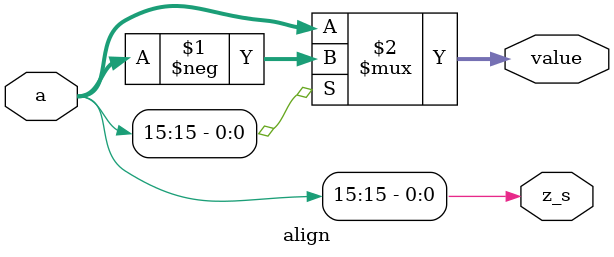
<source format=v>
`define SIMULATION_MEMORY
`define VECTOR_DEPTH 64 //Q,K,V vector size
`define DATA_WIDTH 16
`define VECTOR_BITS 1024 // 16 bit each (16x64)
`define NUM_WORDS 32   //num of words in the sentence
`define BUF_AWIDTH 4 //16 entries in each buffer ram
`define BUF_LOC_SIZE 4 //4 words in each addr location
`define OUT_RAM_DEPTH 512 //512 entries in output bram
//`define EXPONENT 8
//`define MANTISSA 7
`define EXPONENT 5
`define MANTISSA 10
`define SIGN 1
`define DWIDTH (`SIGN+`EXPONENT+`MANTISSA)
`define DEFINES_DONE
`define DATAWIDTH (`SIGN+`EXPONENT+`MANTISSA)
`define IEEE_COMPLIANCE 1
`define NUM 4
`define ADDRSIZE 4

module int_to_float_fp16(
        input_a,
        output_z);


  input     [15:0] input_a;
  output    [15:0] output_z;

  
  wire [15:0] value;
  wire z_s;
  wire [4:0] tmp_cnt;
  wire [4:0] sub_a_e;
  wire [4:0] sub_z_e;
  wire [15:0] a_m_shift;
  wire [10:0] z_m_final;
  wire [4:0] z_e_final;
  //wire [31:0] z;
  
  align dut_align (input_a,value,z_s);
  lzc dut_lzc (value,tmp_cnt);
  sub dut_sub (tmp_cnt,sub_a_e);
  sub2 dut_sub2 (sub_a_e,sub_z_e);
  am_shift dut_am_shift (value,sub_a_e,a_m_shift);
  exception dut_exception (a_m_shift,sub_z_e,z_m_final,z_e_final);
  final_out dut_final_out (input_a,z_m_final,z_e_final,z_s,output_z);

  
endmodule
module final_out (
  input [15:0] a,
  input [10:0] z_m,
  input [4:0] z_e,
  input z_s,
  output reg [15:0] output_z);

  always@(a or z_m or z_e or z_s) begin
    if (a == 16'b0) begin
		output_z = 16'b0;
	end
	else begin
      output_z[9:0] = z_m[9:0];
      output_z[14:10] = z_e + 8'd3;
      output_z[15] = z_s;
	end
  end

endmodule
module exception (
  input [15:0] a_m_shift,
  input [4:0] z_e,
  output reg [10:0] z_m_final,
  output reg [4:0] z_e_final
);

wire guard;
wire round_bit;
wire sticky;
  wire [10:0] z_m;

  assign guard = a_m_shift[4];
  assign round_bit = a_m_shift[3];
  assign sticky = a_m_shift[2:0] != 0;

  assign z_m = a_m_shift[15:5];

always@(guard or round_bit or sticky or z_m or z_e)
begin
if (guard && (round_bit || sticky || z_m[0])) begin
    z_m_final = z_m + 1;
   if (z_m == 11'b11111111111) begin
            z_e_final = z_e + 1;
          end
		  else z_e_final = z_e;
          end
else begin 
  z_m_final = z_m;
  z_e_final = z_e;
end
end
endmodule
module am_shift (
  input [15:0] a_m,
  input [4:0] tmp_cnt,
  output [15:0] a_m_shift);

assign a_m_shift = a_m << tmp_cnt;  
endmodule
module sub2 (
  input [4:0] a_e,
  output [4:0] sub_a_e);

assign sub_a_e = 15 - a_e;

endmodule
module sub (
  input [4:0] a_e,
  output [4:0] sub_a_e);

assign sub_a_e = a_e;

endmodule
module lzc (
  input [15:0] z_m,
  output reg [4:0] tmp_cnt_final);

  wire [15:0] Sj_int;
  //wire [15:0] val32;
wire [7:0] val8;
wire [3:0] val4;
  wire [4:0] tmp_cnt;

assign Sj_int = z_m;
  
assign    tmp_cnt[4] = 1'b0;
assign    tmp_cnt[3] = (Sj_int[15:8] == 8'b0);
assign    val8 = tmp_cnt[3] ? Sj_int[7:0] : Sj_int[15:8];
assign    tmp_cnt[2] = (val8[7:4] == 4'b0);
assign    val4 = tmp_cnt[2] ? val8[3:0] : val8[7:4];
assign    tmp_cnt[1] = (val4[3:2] == 2'b0);
assign    tmp_cnt[0] = tmp_cnt[1] ? ~val4[1] : ~val4[3];

always@(Sj_int or tmp_cnt)
begin
  if (Sj_int[15:0] == 16'b0)
   tmp_cnt_final = 5'd16;
else
   begin
   tmp_cnt_final = tmp_cnt;
end
end
endmodule
module align (
  input [15:0] a,
  output [15:0] value,
output z_s);


  assign value = a[15] ? -a : a;
  assign z_s = a[15];

endmodule

</source>
